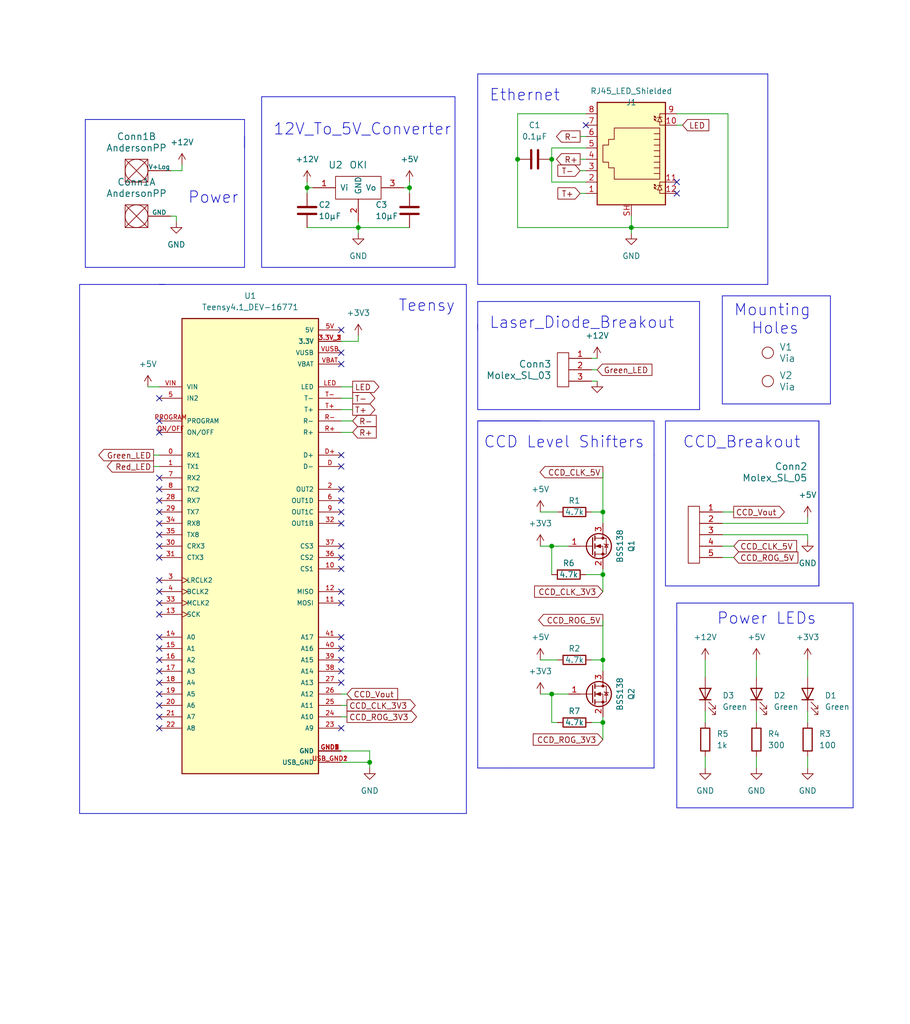
<source format=kicad_sch>
(kicad_sch (version 20230121) (generator eeschema)
  (paper "User" 203.2 228.6)
  (lib_symbols
    (symbol "Connector:RJ45_LED_Shielded" (pin_names (offset 1.016))
      (property "Reference" "J" (at -5.08 13.97 0))
      (property "Value" "RJ45_LED_Shielded" (at 1.27 13.97 0))
      (symbol "RJ45_LED_Shielded_0_1"
        (polyline (pts (xy -7.62 -7.62) (xy -6.35 -7.62)))
        (polyline (pts (xy -7.62 -5.08) (xy -6.35 -5.08)))
        (polyline (pts (xy -7.62 7.62) (xy -6.35 7.62)))
        (polyline (pts (xy -7.62 10.16) (xy -6.35 10.16)))
        (polyline (pts (xy -6.858 -5.842) (xy -5.842 -5.842)))
        (polyline (pts (xy -6.858 9.398) (xy -5.842 9.398)))
        (polyline (pts (xy -6.35 -7.62) (xy -6.35 -6.858)))
        (polyline (pts (xy -6.35 -5.08) (xy -6.35 -5.842)))
        (polyline (pts (xy -6.35 7.62) (xy -6.35 8.382)))
        (polyline (pts (xy -6.35 10.16) (xy -6.35 9.398)))
        (polyline (pts (xy -5.08 -6.223) (xy -5.207 -6.604)))
        (polyline (pts (xy -5.08 -5.588) (xy -5.207 -5.969)))
        (polyline (pts (xy -5.08 4.445) (xy -6.35 4.445)))
        (polyline (pts (xy -5.08 5.715) (xy -6.35 5.715)))
        (polyline (pts (xy -5.08 9.017) (xy -5.207 8.636)))
        (polyline (pts (xy -5.08 9.652) (xy -5.207 9.271)))
        (polyline (pts (xy -6.35 -3.175) (xy -5.08 -3.175) (xy -5.08 -3.175)))
        (polyline (pts (xy -6.35 -1.905) (xy -5.08 -1.905) (xy -5.08 -1.905)))
        (polyline (pts (xy -6.35 -0.635) (xy -5.08 -0.635) (xy -5.08 -0.635)))
        (polyline (pts (xy -6.35 0.635) (xy -5.08 0.635) (xy -5.08 0.635)))
        (polyline (pts (xy -6.35 1.905) (xy -5.08 1.905) (xy -5.08 1.905)))
        (polyline (pts (xy -5.588 -6.731) (xy -5.08 -6.223) (xy -5.461 -6.35)))
        (polyline (pts (xy -5.588 -6.096) (xy -5.08 -5.588) (xy -5.461 -5.715)))
        (polyline (pts (xy -5.588 8.509) (xy -5.08 9.017) (xy -5.461 8.89)))
        (polyline (pts (xy -5.588 9.144) (xy -5.08 9.652) (xy -5.461 9.525)))
        (polyline (pts (xy -5.08 3.175) (xy -6.35 3.175) (xy -6.35 3.175)))
        (polyline (pts (xy -6.35 -5.842) (xy -6.858 -6.858) (xy -5.842 -6.858) (xy -6.35 -5.842)))
        (polyline (pts (xy -6.35 9.398) (xy -6.858 8.382) (xy -5.842 8.382) (xy -6.35 9.398)))
        (polyline (pts (xy -6.35 -4.445) (xy -6.35 6.985) (xy 3.81 6.985) (xy 3.81 4.445) (xy 5.08 4.445) (xy 5.08 3.175) (xy 6.35 3.175) (xy 6.35 -0.635) (xy 5.08 -0.635) (xy 5.08 -1.905) (xy 3.81 -1.905) (xy 3.81 -4.445) (xy -6.35 -4.445) (xy -6.35 -4.445)))
        (rectangle (start 7.62 12.7) (end -7.62 -10.16) (stroke (width 0.254)) (fill (type background)))
      )
      (symbol "RJ45_LED_Shielded_1_1"
        (pin passive line (at 10.16 -7.62 180) (length 2.54) (name "~") (number "1"))
        (pin passive line (at -10.16 7.62 0) (length 2.54) (name "~") (number "10"))
        (pin passive line (at -10.16 -5.08 0) (length 2.54) (name "~") (number "11"))
        (pin passive line (at -10.16 -7.62 0) (length 2.54) (name "~") (number "12"))
        (pin passive line (at 10.16 -5.08 180) (length 2.54) (name "~") (number "2"))
        (pin passive line (at 10.16 -2.54 180) (length 2.54) (name "~") (number "3"))
        (pin passive line (at 10.16 0 180) (length 2.54) (name "~") (number "4"))
        (pin passive line (at 10.16 2.54 180) (length 2.54) (name "~") (number "5"))
        (pin passive line (at 10.16 5.08 180) (length 2.54) (name "~") (number "6"))
        (pin passive line (at 10.16 7.62 180) (length 2.54) (name "~") (number "7"))
        (pin passive line (at 10.16 10.16 180) (length 2.54) (name "~") (number "8"))
        (pin passive line (at -10.16 10.16 0) (length 2.54) (name "~") (number "9"))
        (pin passive line (at 0 -12.7 90) (length 2.54) (name "~") (number "SH"))
      )
    )
    (symbol "Device:C" (pin_numbers hide) (pin_names (offset 0.254))
      (property "Reference" "C" (at 0.635 2.54 0))
      (property "Value" "C" (at 0.635 -2.54 0))
      (symbol "C_0_1"
        (polyline (pts (xy -2.032 -0.762) (xy 2.032 -0.762)) (stroke (width 0.508)))
        (polyline (pts (xy -2.032 0.762) (xy 2.032 0.762)) (stroke (width 0.508)))
      )
      (symbol "C_1_1"
        (pin passive line (at 0 3.81 270) (length 2.794) (name "~") (number "1"))
        (pin passive line (at 0 -3.81 90) (length 2.794) (name "~") (number "2"))
      )
    )
    (symbol "Device:LED" (pin_numbers hide) (pin_names (offset 1.016) hide)
      (property "Reference" "D" (at 0 2.54 0))
      (property "Value" "LED" (at 0 -2.54 0))
      (symbol "LED_0_1"
        (polyline (pts (xy -1.27 -1.27) (xy -1.27 1.27)) (stroke (width 0.254)))
        (polyline (pts (xy -1.27 0) (xy 1.27 0)))
        (polyline (pts (xy 1.27 -1.27) (xy 1.27 1.27) (xy -1.27 0) (xy 1.27 -1.27)) (stroke (width 0.254)))
        (polyline (pts (xy -3.048 -0.762) (xy -4.572 -2.286) (xy -3.81 -2.286) (xy -4.572 -2.286) (xy -4.572 -1.524)))
        (polyline (pts (xy -1.778 -0.762) (xy -3.302 -2.286) (xy -2.54 -2.286) (xy -3.302 -2.286) (xy -3.302 -1.524)))
      )
      (symbol "LED_1_1"
        (pin passive line (at -3.81 0 0) (length 2.54) (name "K") (number "1"))
        (pin passive line (at 3.81 0 180) (length 2.54) (name "A") (number "2"))
      )
    )
    (symbol "Device:R" (pin_numbers hide) (pin_names (offset 0))
      (property "Reference" "R" (at 2.032 0 90))
      (property "Value" "R" (at 0 0 90))
      (symbol "R_0_1"
        (rectangle (start -1.016 -2.54) (end 1.016 2.54) (stroke (width 0.254)))
      )
      (symbol "R_1_1"
        (pin passive line (at 0 3.81 270) (length 1.27) (name "~") (number "1"))
        (pin passive line (at 0 -3.81 90) (length 1.27) (name "~") (number "2"))
      )
    )
    (symbol "MRDT_Connectors:AndersonPP" (pin_numbers hide) (pin_names (offset 0))
      (property "Reference" "Conn" (at 3.81 -1.27 0))
      (property "Value" "AndersonPP" (at 2.54 6.35 0))
      (symbol "AndersonPP_0_1"
        (polyline (pts (xy 0 5.08) (xy 5.08 0)))
        (polyline (pts (xy 5.08 5.08) (xy 0 0)))
        (rectangle (start 0 0) (end 5.08 5.08))
        (circle (center 2.54 2.54) (radius 2.54))
      )
      (symbol "AndersonPP_1_1"
        (pin input line (at 10.16 2.54 180) (length 5.08) (name "GND") (number "1"))
      )
      (symbol "AndersonPP_2_1"
        (pin input line (at 10.16 2.54 180) (length 5.08) (name "V+Log") (number "2"))
      )
      (symbol "AndersonPP_3_1"
        (pin input line (at 10.16 2.54 180) (length 5.08) (name "V+Act") (number "3"))
      )
      (symbol "AndersonPP_4_1"
        (pin input line (at 10.16 2.54 180) (length 5.08) (name "PV+") (number "4"))
      )
      (symbol "AndersonPP_5_1"
        (pin input line (at 10.16 2.54 180) (length 5.08) (name "~") (number "1"))
      )
    )
    (symbol "MRDT_Connectors:Molex_SL_03" (pin_names (offset 1.016))
      (property "Reference" "Conn" (at 3.81 -1.27 0))
      (property "Value" "Molex_SL_03" (at 1.27 8.89 0))
      (symbol "Molex_SL_03_0_1"
        (rectangle (start 0 7.62) (end 2.54 0))
      )
      (symbol "Molex_SL_03_1_1"
        (pin input line (at -5.08 6.35 0) (length 5.08) (name "~") (number "1"))
        (pin input line (at -5.08 3.81 0) (length 5.08) (name "~") (number "2"))
        (pin input line (at -5.08 1.27 0) (length 5.08) (name "~") (number "3"))
      )
    )
    (symbol "MRDT_Connectors:Molex_SL_05" (pin_names (offset 1.016))
      (property "Reference" "Conn" (at 3.81 -1.27 0))
      (property "Value" "Molex_SL_05" (at 1.27 13.97 0))
      (symbol "Molex_SL_05_0_1"
        (rectangle (start 0 12.7) (end 2.54 0))
      )
      (symbol "Molex_SL_05_1_1"
        (pin input line (at -5.08 11.43 0) (length 5.08) (name "~") (number "1"))
        (pin input line (at -5.08 8.89 0) (length 5.08) (name "~") (number "2"))
        (pin input line (at -5.08 6.35 0) (length 5.08) (name "~") (number "3"))
        (pin input line (at -5.08 3.81 0) (length 5.08) (name "~") (number "4"))
        (pin input line (at -5.08 1.27 0) (length 5.08) (name "~") (number "5"))
      )
    )
    (symbol "MRDT_Devices:OKI" (pin_names (offset 1.016))
      (property "Value" "OKI" (at 5.08 6.35 0))
      (symbol "OKI_0_1"
        (rectangle (start 0 0) (end 10.16 5.08))
      )
      (symbol "OKI_1_1"
        (pin input line (at -5.08 2.54 0) (length 5.08) (name "Vi") (number "1"))
        (pin output line (at 5.08 -5.08 90) (length 5.08) (name "GND") (number "2"))
        (pin output line (at 15.24 2.54 180) (length 5.08) (name "Vo") (number "3"))
      )
    )
    (symbol "MRDT_Drill_Holes:Via" (pin_names (offset 1.016))
      (property "Reference" "V" (at 0 -2.54 0))
      (property "Value" "Via" (at 0 2.54 0))
      (symbol "Via_0_1"
        (circle (center 0 0) (radius 1.27))
      )
      (symbol "Via_1_1"
        (pin input line (at 0 0 0) (length 5.08) hide (name "~") (number "1"))
      )
    )
    (symbol "MRDT_Shields:Teensy4.1_DEV-16771" (pin_names (offset 1.016))
      (property "Reference" "U" (at -15.24 52.07 0))
      (property "Value" "Teensy4.1_DEV-16771" (at -15.24 -53.34 0))
      (symbol "Teensy4.1_DEV-16771_0_0"
        (rectangle (start -15.24 -50.8) (end 15.24 50.8) (stroke (width 0.254)) (fill (type background)))
        (pin bidirectional line (at -20.32 20.32 0) (length 5.08) (name "RX1") (number "0"))
        (pin bidirectional line (at -20.32 17.78 0) (length 5.08) (name "TX1") (number "1"))
        (pin bidirectional line (at 20.32 -5.08 180) (length 5.08) (name "CS1") (number "10"))
        (pin bidirectional line (at 20.32 -12.7 180) (length 5.08) (name "MOSI") (number "11"))
        (pin bidirectional line (at 20.32 -10.16 180) (length 5.08) (name "MISO") (number "12"))
        (pin bidirectional clock (at -20.32 -15.24 0) (length 5.08) (name "SCK") (number "13"))
        (pin bidirectional line (at -20.32 -20.32 0) (length 5.08) (name "A0") (number "14"))
        (pin bidirectional line (at -20.32 -22.86 0) (length 5.08) (name "A1") (number "15"))
        (pin bidirectional line (at -20.32 -25.4 0) (length 5.08) (name "A2") (number "16"))
        (pin bidirectional line (at -20.32 -27.94 0) (length 5.08) (name "A3") (number "17"))
        (pin bidirectional line (at -20.32 -30.48 0) (length 5.08) (name "A4") (number "18"))
        (pin bidirectional line (at -20.32 -33.02 0) (length 5.08) (name "A5") (number "19"))
        (pin output line (at 20.32 12.7 180) (length 5.08) (name "OUT2") (number "2"))
        (pin bidirectional line (at -20.32 -35.56 0) (length 5.08) (name "A6") (number "20"))
        (pin bidirectional line (at -20.32 -38.1 0) (length 5.08) (name "A7") (number "21"))
        (pin bidirectional line (at -20.32 -40.64 0) (length 5.08) (name "A8") (number "22"))
        (pin bidirectional line (at 20.32 -40.64 180) (length 5.08) (name "A9") (number "23"))
        (pin bidirectional line (at 20.32 -38.1 180) (length 5.08) (name "A10") (number "24"))
        (pin bidirectional line (at 20.32 -35.56 180) (length 5.08) (name "A11") (number "25"))
        (pin bidirectional line (at 20.32 -33.02 180) (length 5.08) (name "A12") (number "26"))
        (pin bidirectional line (at 20.32 -30.48 180) (length 5.08) (name "A13") (number "27"))
        (pin bidirectional line (at -20.32 10.16 0) (length 5.08) (name "RX7") (number "28"))
        (pin bidirectional line (at -20.32 7.62 0) (length 5.08) (name "TX7") (number "29"))
        (pin bidirectional clock (at -20.32 -7.62 0) (length 5.08) (name "LRCLK2") (number "3"))
        (pin power_in line (at 20.32 45.72 180) (length 5.08) (name "3.3V") (number "3.3V_1"))
        (pin power_in line (at 20.32 45.72 180) (length 5.08) (name "3.3V") (number "3.3V_2"))
        (pin power_in line (at 20.32 45.72 180) (length 5.08) (name "3.3V") (number "3.3V_3"))
        (pin bidirectional line (at -20.32 0 0) (length 5.08) (name "CRX3") (number "30"))
        (pin bidirectional line (at -20.32 -2.54 0) (length 5.08) (name "CTX3") (number "31"))
        (pin output line (at 20.32 5.08 180) (length 5.08) (name "OUT1B") (number "32"))
        (pin bidirectional clock (at -20.32 -12.7 0) (length 5.08) (name "MCLK2") (number "33"))
        (pin bidirectional line (at -20.32 5.08 0) (length 5.08) (name "RX8") (number "34"))
        (pin bidirectional line (at -20.32 2.54 0) (length 5.08) (name "TX8") (number "35"))
        (pin bidirectional line (at 20.32 -2.54 180) (length 5.08) (name "CS2") (number "36"))
        (pin bidirectional line (at 20.32 0 180) (length 5.08) (name "CS3") (number "37"))
        (pin bidirectional line (at 20.32 -27.94 180) (length 5.08) (name "A14") (number "38"))
        (pin bidirectional line (at 20.32 -25.4 180) (length 5.08) (name "A15") (number "39"))
        (pin bidirectional clock (at -20.32 -10.16 0) (length 5.08) (name "BCLK2") (number "4"))
        (pin bidirectional line (at 20.32 -22.86 180) (length 5.08) (name "A16") (number "40"))
        (pin bidirectional line (at 20.32 -20.32 180) (length 5.08) (name "A17") (number "41"))
        (pin bidirectional line (at -20.32 33.02 0) (length 5.08) (name "IN2") (number "5"))
        (pin power_in line (at 20.32 48.26 180) (length 5.08) (name "5V") (number "5V"))
        (pin output line (at 20.32 10.16 180) (length 5.08) (name "OUT1D") (number "6"))
        (pin bidirectional line (at -20.32 15.24 0) (length 5.08) (name "RX2") (number "7"))
        (pin bidirectional line (at -20.32 12.7 0) (length 5.08) (name "TX2") (number "8"))
        (pin output line (at 20.32 7.62 180) (length 5.08) (name "OUT1C") (number "9"))
        (pin bidirectional line (at 20.32 17.78 180) (length 5.08) (name "D-") (number "D"))
        (pin bidirectional line (at 20.32 20.32 180) (length 5.08) (name "D+") (number "D+"))
        (pin power_in line (at 20.32 -45.72 180) (length 5.08) (name "GND") (number "GND1"))
        (pin power_in line (at 20.32 -45.72 180) (length 5.08) (name "GND") (number "GND2"))
        (pin power_in line (at 20.32 -45.72 180) (length 5.08) (name "GND") (number "GND3"))
        (pin power_in line (at 20.32 -45.72 180) (length 5.08) (name "GND") (number "GND4"))
        (pin power_in line (at 20.32 -45.72 180) (length 5.08) (name "GND") (number "GND5"))
        (pin bidirectional line (at 20.32 35.56 180) (length 5.08) (name "LED") (number "LED"))
        (pin bidirectional line (at -20.32 25.4 0) (length 5.08) (name "ON/OFF") (number "ON/OFF"))
        (pin bidirectional line (at -20.32 27.94 0) (length 5.08) (name "PROGRAM") (number "PROGRAM"))
        (pin bidirectional line (at 20.32 25.4 180) (length 5.08) (name "R+") (number "R+"))
        (pin bidirectional line (at 20.32 27.94 180) (length 5.08) (name "R-") (number "R-"))
        (pin bidirectional line (at 20.32 30.48 180) (length 5.08) (name "T+") (number "T+"))
        (pin bidirectional line (at 20.32 33.02 180) (length 5.08) (name "T-") (number "T-"))
        (pin power_in line (at 20.32 -48.26 180) (length 5.08) (name "USB_GND") (number "USB_GND1"))
        (pin power_in line (at 20.32 -48.26 180) (length 5.08) (name "USB_GND") (number "USB_GND2"))
        (pin passive line (at 20.32 40.64 180) (length 5.08) (name "VBAT") (number "VBAT"))
        (pin input line (at -20.32 35.56 0) (length 5.08) (name "VIN") (number "VIN"))
        (pin passive line (at 20.32 43.18 180) (length 5.08) (name "VUSB") (number "VUSB"))
      )
    )
    (symbol "Transistor_FET:BSS138" (pin_names hide)
      (property "Reference" "Q" (at 5.08 1.905 0))
      (property "Value" "BSS138" (at 5.08 0 0))
      (symbol "BSS138_0_1"
        (polyline (pts (xy 0.254 0) (xy -2.54 0)))
        (polyline (pts (xy 0.254 1.905) (xy 0.254 -1.905)) (stroke (width 0.254)))
        (polyline (pts (xy 0.762 -1.27) (xy 0.762 -2.286)) (stroke (width 0.254)))
        (polyline (pts (xy 0.762 0.508) (xy 0.762 -0.508)) (stroke (width 0.254)))
        (polyline (pts (xy 0.762 2.286) (xy 0.762 1.27)) (stroke (width 0.254)))
        (polyline (pts (xy 2.54 2.54) (xy 2.54 1.778)))
        (polyline (pts (xy 2.54 -2.54) (xy 2.54 0) (xy 0.762 0)))
        (polyline (pts (xy 0.762 -1.778) (xy 3.302 -1.778) (xy 3.302 1.778) (xy 0.762 1.778)))
        (polyline (pts (xy 1.016 0) (xy 2.032 0.381) (xy 2.032 -0.381) (xy 1.016 0)) (fill (type outline)))
        (polyline (pts (xy 2.794 0.508) (xy 2.921 0.381) (xy 3.683 0.381) (xy 3.81 0.254)))
        (polyline (pts (xy 3.302 0.381) (xy 2.921 -0.254) (xy 3.683 -0.254) (xy 3.302 0.381)))
        (circle (center 1.651 0) (radius 2.794) (stroke (width 0.254)))
        (circle (center 2.54 -1.778) (radius 0.254) (fill (type outline)))
        (circle (center 2.54 1.778) (radius 0.254) (fill (type outline)))
      )
      (symbol "BSS138_1_1"
        (pin input line (at -5.08 0 0) (length 2.54) (name "G") (number "1"))
        (pin passive line (at 2.54 -5.08 90) (length 2.54) (name "S") (number "2"))
        (pin passive line (at 2.54 5.08 270) (length 2.54) (name "D") (number "3"))
      )
    )
    (symbol "power:+12V" (power) (pin_names (offset 0))
      (property "Value" "+12V" (at 0 3.556 0))
      (symbol "+12V_0_1"
        (polyline (pts (xy -0.762 1.27) (xy 0 2.54)))
        (polyline (pts (xy 0 0) (xy 0 2.54)))
        (polyline (pts (xy 0 2.54) (xy 0.762 1.27)))
      )
      (symbol "+12V_1_1"
        (pin power_in line (at 0 0 90) (length 0) hide (name "+12V") (number "1"))
      )
    )
    (symbol "power:+3V3" (power) (pin_names (offset 0))
      (property "Value" "+3V3" (at 0 3.556 0))
      (symbol "+3V3_0_1"
        (polyline (pts (xy -0.762 1.27) (xy 0 2.54)))
        (polyline (pts (xy 0 0) (xy 0 2.54)))
        (polyline (pts (xy 0 2.54) (xy 0.762 1.27)))
      )
      (symbol "+3V3_1_1"
        (pin power_in line (at 0 0 90) (length 0) hide (name "+3V3") (number "1"))
      )
    )
    (symbol "power:+5V" (power) (pin_names (offset 0))
      (property "Value" "+5V" (at 0 3.556 0))
      (symbol "+5V_0_1"
        (polyline (pts (xy -0.762 1.27) (xy 0 2.54)))
        (polyline (pts (xy 0 0) (xy 0 2.54)))
        (polyline (pts (xy 0 2.54) (xy 0.762 1.27)))
      )
      (symbol "+5V_1_1"
        (pin power_in line (at 0 0 90) (length 0) hide (name "+5V") (number "1"))
      )
    )
    (symbol "power:GND" (power) (pin_names (offset 0))
      (property "Value" "GND" (at 0 -3.81 0))
      (symbol "GND_0_1"
        (polyline (pts (xy 0 0) (xy 0 -1.27) (xy 1.27 -1.27) (xy 0 -2.54) (xy -1.27 -1.27) (xy 0 -1.27)))
      )
      (symbol "GND_1_1"
        (pin power_in line (at 0 0 270) (length 0) hide (name "GND") (number "1"))
      )
    )
  )
  (junction (at 82.55 170.18))
  (junction (at 140.97 50.8))
  (junction (at 123.19 154.94))
  (junction (at 91.44 41.91))
  (junction (at 115.57 35.56))
  (junction (at 134.62 161.29))
  (junction (at 134.62 147.32))
  (junction (at 123.19 35.56))
  (junction (at 134.62 114.3))
  (junction (at 68.58 41.91))
  (junction (at 123.19 121.92))
  (junction (at 80.01 50.8))
  (junction (at 134.62 128.27))
  (no_connect (at 76.2 142.24))
  (no_connect (at 76.2 73.66))
  (no_connect (at 76.2 124.46))
  (no_connect (at 35.56 157.48))
  (no_connect (at 35.56 119.38))
  (no_connect (at 35.56 106.68))
  (no_connect (at 35.56 137.16))
  (no_connect (at 76.2 111.76))
  (no_connect (at 35.56 162.56))
  (no_connect (at 35.56 132.08))
  (no_connect (at 35.56 109.22))
  (no_connect (at 151.13 40.64))
  (no_connect (at 76.2 109.22))
  (no_connect (at 35.56 144.78))
  (no_connect (at 76.2 149.86))
  (no_connect (at 35.56 96.52))
  (no_connect (at 76.2 127))
  (no_connect (at 130.81 27.94))
  (no_connect (at 35.56 147.32))
  (no_connect (at 35.56 116.84))
  (no_connect (at 76.2 121.92))
  (no_connect (at 35.56 93.98))
  (no_connect (at 76.2 162.56))
  (no_connect (at 76.2 78.74))
  (no_connect (at 35.56 114.3))
  (no_connect (at 76.2 132.08))
  (no_connect (at 35.56 129.54))
  (no_connect (at 76.2 144.78))
  (no_connect (at 35.56 111.76))
  (no_connect (at 35.56 149.86))
  (no_connect (at 35.56 124.46))
  (no_connect (at 76.2 81.28))
  (no_connect (at 35.56 142.24))
  (no_connect (at 35.56 134.62))
  (no_connect (at 35.56 154.94))
  (no_connect (at 35.56 160.02))
  (no_connect (at 76.2 104.14))
  (no_connect (at 35.56 88.9))
  (no_connect (at 76.2 101.6))
  (no_connect (at 76.2 147.32))
  (no_connect (at 76.2 152.4))
  (no_connect (at 76.2 116.84))
  (no_connect (at 76.2 134.62))
  (no_connect (at 76.2 114.3))
  (no_connect (at 151.13 43.18))
  (no_connect (at 35.56 152.4))
  (no_connect (at 35.56 121.92))
  (polyline (pts (xy 17.78 74.93) (xy 17.78 63.5)))
  (polyline (pts (xy 101.6 59.69) (xy 101.6 21.59)))
  (wire (pts (xy 162.56 25.4) (xy 162.56 50.8)))
  (polyline (pts (xy 106.68 67.31) (xy 106.68 73.66)))
  (polyline (pts (xy 182.88 93.98) (xy 182.88 130.81)))
  (wire (pts (xy 140.97 48.26) (xy 140.97 50.8)))
  (polyline (pts (xy 146.05 101.6) (xy 146.05 93.98)))
  (wire (pts (xy 80.01 50.8) (xy 80.01 52.07)))
  (wire (pts (xy 80.01 49.53) (xy 80.01 50.8)))
  (wire (pts (xy 120.65 147.32) (xy 124.46 147.32)))
  (wire (pts (xy 129.54 38.1) (xy 130.81 38.1)))
  (polyline (pts (xy 17.78 181.61) (xy 104.14 181.61)))
  (wire (pts (xy 123.19 33.02) (xy 123.19 35.56)))
  (wire (pts (xy 123.19 121.92) (xy 127 121.92)))
  (wire (pts (xy 180.34 116.84) (xy 180.34 115.57)))
  (wire (pts (xy 38.1 48.26) (xy 39.37 48.26)))
  (wire (pts (xy 76.2 170.18) (xy 82.55 170.18)))
  (wire (pts (xy 151.13 25.4) (xy 162.56 25.4)))
  (wire (pts (xy 132.08 161.29) (xy 134.62 161.29)))
  (polyline (pts (xy 101.6 21.59) (xy 58.42 21.59)))
  (wire (pts (xy 80.01 74.93) (xy 80.01 76.2)))
  (polyline (pts (xy 58.42 21.59) (xy 58.42 59.69)))
  (polyline (pts (xy 171.45 16.51) (xy 171.45 63.5)))
  (wire (pts (xy 132.08 147.32) (xy 134.62 147.32)))
  (wire (pts (xy 161.29 114.3) (xy 163.83 114.3)))
  (polyline (pts (xy 161.29 66.04) (xy 161.29 90.17)))
  (wire (pts (xy 123.19 154.94) (xy 123.19 161.29)))
  (polyline (pts (xy 99.06 59.69) (xy 101.6 59.69)))
  (wire (pts (xy 33.02 86.36) (xy 35.56 86.36)))
  (polyline (pts (xy 54.61 30.48) (xy 54.61 59.69)))
  (wire (pts (xy 123.19 35.56) (xy 123.19 40.64)))
  (wire (pts (xy 76.2 167.64) (xy 82.55 167.64)))
  (wire (pts (xy 134.62 128.27) (xy 134.62 132.08)))
  (wire (pts (xy 132.08 80.01) (xy 133.35 80.01)))
  (wire (pts (xy 76.2 91.44) (xy 78.74 91.44)))
  (wire (pts (xy 76.2 96.52) (xy 78.74 96.52)))
  (polyline (pts (xy 106.68 72.39) (xy 106.68 91.44)))
  (polyline (pts (xy 146.05 171.45) (xy 146.05 101.6)))
  (wire (pts (xy 151.13 27.94) (xy 152.4 27.94)))
  (wire (pts (xy 157.48 158.75) (xy 157.48 161.29)))
  (polyline (pts (xy 54.61 59.69) (xy 19.05 59.69)))
  (wire (pts (xy 157.48 147.32) (xy 157.48 151.13)))
  (polyline (pts (xy 151.13 134.62) (xy 151.13 139.7)))
  (wire (pts (xy 40.64 38.1) (xy 40.64 36.83)))
  (wire (pts (xy 168.91 147.32) (xy 168.91 151.13)))
  (polyline (pts (xy 190.5 134.62) (xy 151.13 134.62)))
  (wire (pts (xy 129.54 30.48) (xy 130.81 30.48)))
  (wire (pts (xy 38.1 38.1) (xy 40.64 38.1)))
  (polyline (pts (xy 17.78 63.5) (xy 36.83 63.5)))
  (polyline (pts (xy 156.21 67.31) (xy 106.68 67.31)))
  (wire (pts (xy 134.62 105.41) (xy 134.62 114.3)))
  (wire (pts (xy 76.2 154.94) (xy 77.47 154.94)))
  (wire (pts (xy 34.29 101.6) (xy 35.56 101.6)))
  (wire (pts (xy 68.58 41.91) (xy 69.85 41.91)))
  (wire (pts (xy 34.29 104.14) (xy 35.56 104.14)))
  (wire (pts (xy 68.58 41.91) (xy 68.58 43.18)))
  (wire (pts (xy 115.57 50.8) (xy 140.97 50.8)))
  (polyline (pts (xy 19.05 59.69) (xy 19.05 26.67)))
  (polyline (pts (xy 114.3 171.45) (xy 146.05 171.45)))
  (wire (pts (xy 82.55 170.18) (xy 82.55 171.45)))
  (wire (pts (xy 161.29 124.46) (xy 163.83 124.46)))
  (wire (pts (xy 161.29 119.38) (xy 180.34 119.38)))
  (wire (pts (xy 130.81 128.27) (xy 134.62 128.27)))
  (wire (pts (xy 140.97 50.8) (xy 140.97 52.07)))
  (wire (pts (xy 80.01 50.8) (xy 91.44 50.8)))
  (polyline (pts (xy 17.78 74.93) (xy 17.78 181.61)))
  (wire (pts (xy 68.58 50.8) (xy 80.01 50.8)))
  (wire (pts (xy 134.62 138.43) (xy 134.62 147.32)))
  (wire (pts (xy 76.2 86.36) (xy 78.74 86.36)))
  (wire (pts (xy 39.37 48.26) (xy 39.37 49.53)))
  (polyline (pts (xy 106.68 16.51) (xy 106.68 63.5)))
  (wire (pts (xy 80.01 76.2) (xy 76.2 76.2)))
  (wire (pts (xy 123.19 161.29) (xy 124.46 161.29)))
  (polyline (pts (xy 146.05 93.98) (xy 106.68 93.98)))
  (polyline (pts (xy 19.05 26.67) (xy 54.61 26.67)))
  (polyline (pts (xy 106.68 91.44) (xy 156.21 91.44)))
  (wire (pts (xy 129.54 43.18) (xy 130.81 43.18)))
  (wire (pts (xy 157.48 168.91) (xy 157.48 171.45)))
  (polyline (pts (xy 106.68 16.51) (xy 171.45 16.51)))
  (wire (pts (xy 180.34 168.91) (xy 180.34 171.45)))
  (wire (pts (xy 90.17 41.91) (xy 91.44 41.91)))
  (polyline (pts (xy 62.23 59.69) (xy 99.06 59.69)))
  (wire (pts (xy 68.58 40.64) (xy 68.58 41.91)))
  (polyline (pts (xy 171.45 63.5) (xy 106.68 63.5)))
  (wire (pts (xy 161.29 121.92) (xy 163.83 121.92)))
  (wire (pts (xy 134.62 114.3) (xy 134.62 116.84)))
  (polyline (pts (xy 106.68 171.45) (xy 114.3 171.45)))
  (wire (pts (xy 161.29 116.84) (xy 180.34 116.84)))
  (polyline (pts (xy 54.61 26.67) (xy 54.61 33.02)))
  (wire (pts (xy 76.2 160.02) (xy 77.47 160.02)))
  (wire (pts (xy 134.62 147.32) (xy 134.62 149.86)))
  (wire (pts (xy 132.08 82.55) (xy 133.35 82.55)))
  (wire (pts (xy 76.2 93.98) (xy 78.74 93.98)))
  (wire (pts (xy 76.2 88.9) (xy 78.74 88.9)))
  (wire (pts (xy 120.65 121.92) (xy 123.19 121.92)))
  (polyline (pts (xy 185.42 90.17) (xy 185.42 66.04)))
  (polyline (pts (xy 106.68 93.98) (xy 120.65 93.98)))
  (polyline (pts (xy 104.14 181.61) (xy 104.14 63.5)))
  (wire (pts (xy 120.65 154.94) (xy 123.19 154.94)))
  (polyline (pts (xy 151.13 139.7) (xy 151.13 180.34)))
  (polyline (pts (xy 182.88 93.98) (xy 182.88 130.81)))
  (wire (pts (xy 132.08 85.09) (xy 133.35 85.09)))
  (wire (pts (xy 168.91 158.75) (xy 168.91 161.29)))
  (wire (pts (xy 180.34 119.38) (xy 180.34 120.65)))
  (wire (pts (xy 120.65 114.3) (xy 124.46 114.3)))
  (wire (pts (xy 123.19 121.92) (xy 123.19 128.27)))
  (wire (pts (xy 115.57 25.4) (xy 115.57 35.56)))
  (polyline (pts (xy 161.29 66.04) (xy 185.42 66.04)))
  (wire (pts (xy 129.54 35.56) (xy 130.81 35.56)))
  (wire (pts (xy 115.57 35.56) (xy 115.57 50.8)))
  (wire (pts (xy 134.62 161.29) (xy 134.62 165.1)))
  (polyline (pts (xy 190.5 180.34) (xy 190.5 134.62)))
  (polyline (pts (xy 161.29 90.17) (xy 185.42 90.17)))
  (polyline (pts (xy 156.21 91.44) (xy 156.21 67.31)))
  (wire (pts (xy 82.55 167.64) (xy 82.55 170.18)))
  (wire (pts (xy 180.34 147.32) (xy 180.34 151.13)))
  (wire (pts (xy 91.44 41.91) (xy 91.44 40.64)))
  (wire (pts (xy 132.08 114.3) (xy 134.62 114.3)))
  (wire (pts (xy 134.62 127) (xy 134.62 128.27)))
  (wire (pts (xy 76.2 157.48) (xy 77.47 157.48)))
  (wire (pts (xy 140.97 50.8) (xy 162.56 50.8)))
  (polyline (pts (xy 104.14 63.5) (xy 35.56 63.5)))
  (wire (pts (xy 130.81 33.02) (xy 123.19 33.02)))
  (polyline (pts (xy 151.13 180.34) (xy 190.5 180.34)))
  (polyline (pts (xy 148.59 93.98) (xy 148.59 130.81)))
  (polyline (pts (xy 182.88 93.98) (xy 148.59 93.98)))
  (wire (pts (xy 91.44 41.91) (xy 91.44 43.18)))
  (wire (pts (xy 123.19 154.94) (xy 127 154.94)))
  (wire (pts (xy 134.62 160.02) (xy 134.62 161.29)))
  (wire (pts (xy 130.81 40.64) (xy 123.19 40.64)))
  (polyline (pts (xy 106.68 93.98) (xy 106.68 171.45)))
  (wire (pts (xy 115.57 25.4) (xy 130.81 25.4)))
  (wire (pts (xy 180.34 158.75) (xy 180.34 161.29)))
  (polyline (pts (xy 58.42 59.69) (xy 62.23 59.69)))
  (wire (pts (xy 168.91 168.91) (xy 168.91 171.45)))
  (polyline (pts (xy 148.59 130.81) (xy 182.88 130.81)))
  (text "Ethernet" (at 109.22 22.86 0) (effects (font (size 2.54 2.54)) (justify left bottom)))
  (text "Power LEDs" (at 160.02 139.7 0) (effects (font (size 2.54 2.54)) (justify left bottom)))
  (text "Teensy" (at 88.9 69.85 0) (effects (font (size 2.54 2.54)) (justify left bottom)))
  (text "CCD Level Shifters\n" (at 107.95 100.33 0) (effects (font (size 2.54 2.54)) (justify left bottom)))
  (text "12V_To_5V_Converter" (at 60.96 30.48 0) (effects (font (size 2.54 2.54)) (justify left bottom)))
  (text "CCD_Breakout" (at 152.4 100.33 0) (effects (font (size 2.54 2.54)) (justify left bottom)))
  (text "Mounting\n  Holes" (at 163.83 74.93 0) (effects (font (size 2.54 2.54)) (justify left bottom)))
  (text "Power" (at 41.91 45.72 0) (effects (font (size 2.54 2.54)) (justify left bottom)))
  (text "Laser_Diode_Breakout" (at 109.22 73.66 0) (effects (font (size 2.54 2.54)) (justify left bottom)))
  (global_label "Green_LED" (shape input) (at 133.35 82.55 0) (property "Intersheetrefs" "${INTERSHEET_REFS}" (effects hide)))
  (global_label "R-" (shape input) (at 78.74 93.98 0) (property "Intersheetrefs" "${INTERSHEET_REFS}" (effects hide)))
  (global_label "CCD_CLK_5V" (shape output) (at 134.62 105.41 180) (property "Intersheetrefs" "${INTERSHEET_REFS}" (effects hide)))
  (global_label "Red_LED" (shape output) (at 34.29 104.14 180) (property "Intersheetrefs" "${INTERSHEET_REFS}" (effects hide)))
  (global_label "LED" (shape input) (at 152.4 27.94 0) (property "Intersheetrefs" "${INTERSHEET_REFS}" (effects hide)))
  (global_label "CCD_ROG_3V3" (shape output) (at 77.47 160.02 0) (property "Intersheetrefs" "${INTERSHEET_REFS}" (effects hide)))
  (global_label "T-" (shape output) (at 78.74 88.9 0) (property "Intersheetrefs" "${INTERSHEET_REFS}" (effects hide)))
  (global_label "CCD_CLK_3V3" (shape input) (at 134.62 132.08 180) (property "Intersheetrefs" "${INTERSHEET_REFS}" (effects hide)))
  (global_label "CCD_Vout" (shape output) (at 163.83 114.3 0) (property "Intersheetrefs" "${INTERSHEET_REFS}" (effects hide)))
  (global_label "CCD_ROG_3V3" (shape input) (at 134.62 165.1 180) (property "Intersheetrefs" "${INTERSHEET_REFS}" (effects hide)))
  (global_label "CCD_CLK_3V3" (shape output) (at 77.47 157.48 0) (property "Intersheetrefs" "${INTERSHEET_REFS}" (effects hide)))
  (global_label "CCD_CLK_5V" (shape input) (at 163.83 121.92 0) (property "Intersheetrefs" "${INTERSHEET_REFS}" (effects hide)))
  (global_label "LED" (shape output) (at 78.74 86.36 0) (property "Intersheetrefs" "${INTERSHEET_REFS}" (effects hide)))
  (global_label "T+" (shape output) (at 78.74 91.44 0) (property "Intersheetrefs" "${INTERSHEET_REFS}" (effects hide)))
  (global_label "R+" (shape input) (at 78.74 96.52 0) (property "Intersheetrefs" "${INTERSHEET_REFS}" (effects hide)))
  (global_label "T-" (shape input) (at 129.54 38.1 180) (property "Intersheetrefs" "${INTERSHEET_REFS}" (effects hide)))
  (global_label "T+" (shape input) (at 129.54 43.18 180) (property "Intersheetrefs" "${INTERSHEET_REFS}" (effects hide)))
  (global_label "R-" (shape output) (at 129.54 30.48 180) (property "Intersheetrefs" "${INTERSHEET_REFS}" (effects hide)))
  (global_label "Green_LED" (shape output) (at 34.29 101.6 180) (property "Intersheetrefs" "${INTERSHEET_REFS}" (effects hide)))
  (global_label "CCD_ROG_5V" (shape output) (at 134.62 138.43 180) (property "Intersheetrefs" "${INTERSHEET_REFS}" (effects hide)))
  (global_label "R+" (shape output) (at 129.54 35.56 180) (property "Intersheetrefs" "${INTERSHEET_REFS}" (effects hide)))
  (global_label "CCD_ROG_5V" (shape input) (at 163.83 124.46 0) (property "Intersheetrefs" "${INTERSHEET_REFS}" (effects hide)))
  (global_label "CCD_Vout" (shape input) (at 77.47 154.94 0) (property "Intersheetrefs" "${INTERSHEET_REFS}" (effects hide)))
  (symbol (lib_id "MRDT_Shields:Teensy4.1_DEV-16771") (at 55.88 121.92 0) (unit 1)
    (property "Reference" "U1" (at 55.88 66.04 0))
    (property "Value" "Teensy4.1_DEV-16771" (at 55.88 68.58 0))
    (property "Footprint" "MRDT_Shields:Teensy_4_1_Ethernet" (effects hide))
    (property "STANDARD" "Manufacturer recommendations" (effects hide))
    (property "MAXIMUM_PACKAGE_HEIGHT" "4.07mm" (effects hide))
    (property "MANUFACTURER" "SparkFun Electronics" (effects hide))
    (property "PARTREV" "4.1" (effects hide))
  )
  (symbol (lib_id "Device:C") (at 119.38 35.56 270) (unit 1)
    (property "Reference" "C1" (at 119.38 27.94 90))
    (property "Value" "0.1µF" (at 119.38 30.48 90))
    (property "Footprint" "Capacitor_SMD:C_0603_1608Metric_Pad1.08x0.95mm_HandSolder" (effects hide))
  )
  (symbol (lib_id "MRDT_Drill_Holes:Via") (at 171.45 78.74 0) (unit 1)
    (property "Reference" "V1" (at 173.99 77.47 0) (effects (font (size 1.524 1.524)) (justify left)))
    (property "Value" "Via" (at 173.99 80.01 0) (effects (font (size 1.524 1.524)) (justify left)))
    (property "Footprint" "MRDT_Drill_Holes:4_40_Hole" (effects hide))
  )
  (symbol (lib_id "power:+5V") (at 33.02 86.36 0) (unit 1)
    (property "Reference" "#PWR010" (effects hide))
    (property "Value" "+5V" (at 33.02 81.28 0))
  )
  (symbol (lib_id "power:GND") (at 168.91 171.45 0) (unit 1)
    (property "Reference" "#PWR019" (effects hide))
    (property "Value" "GND" (at 168.91 176.53 0))
  )
  (symbol (lib_id "Device:LED") (at 157.48 154.94 90) (unit 1)
    (property "Reference" "D3" (at 161.29 155.2575 90) (effects (justify right)))
    (property "Value" "Green" (at 161.29 157.7975 90) (effects (justify right)))
    (property "Footprint" "LED_SMD:LED_0603_1608Metric_Pad1.05x0.95mm_HandSolder" (effects hide))
  )
  (symbol (lib_id "power:GND") (at 140.97 52.07 0) (unit 1)
    (property "Reference" "#PWR04" (effects hide))
    (property "Value" "GND" (at 140.97 57.15 0))
  )
  (symbol (lib_id "power:GND") (at 157.48 171.45 0) (unit 1)
    (property "Reference" "#PWR020" (effects hide))
    (property "Value" "GND" (at 157.48 176.53 0))
  )
  (symbol (lib_id "Device:R") (at 168.91 165.1 0) (unit 1)
    (property "Reference" "R4" (at 171.45 163.83 0) (effects (justify left)))
    (property "Value" "300" (at 171.45 166.37 0) (effects (justify left)))
    (property "Footprint" "Resistor_SMD:R_0603_1608Metric_Pad0.98x0.95mm_HandSolder" (effects hide))
  )
  (symbol (lib_id "power:+5V") (at 91.44 40.64 0) (unit 1)
    (property "Reference" "#PWR014" (effects hide))
    (property "Value" "+5V" (at 91.44 35.56 0))
  )
  (symbol (lib_id "power:GND") (at 39.37 49.53 0) (unit 1)
    (property "Reference" "#PWR02" (effects hide))
    (property "Value" "GND" (at 39.37 54.61 0))
  )
  (symbol (lib_id "MRDT_Connectors:AndersonPP") (at 27.94 50.8 0) (unit 1)
    (property "Reference" "Conn1" (at 30.48 40.64 0) (effects (font (size 1.524 1.524))))
    (property "Value" "AndersonPP" (at 30.48 43.18 0) (effects (font (size 1.524 1.524))))
    (property "Footprint" "MRDT_Connectors:Square_Anderson_2_H_Side_By_Side" (effects hide))
  )
  (symbol (lib_id "Transistor_FET:BSS138") (at 132.08 154.94 0) (unit 1)
    (property "Reference" "Q2" (at 140.97 154.94 90))
    (property "Value" "BSS138" (at 138.43 154.94 90))
    (property "Footprint" "Package_TO_SOT_SMD:SOT-23" (effects hide))
    (property "Datasheet" "https://www.onsemi.com/pub/Collateral/BSS138-D.PDF" (effects hide))
  )
  (symbol (lib_id "Device:R") (at 128.27 161.29 90) (unit 1)
    (property "Reference" "R7" (at 128.27 158.75 90))
    (property "Value" "4.7k" (at 128.27 161.29 90))
    (property "Footprint" "Resistor_SMD:R_0603_1608Metric_Pad0.98x0.95mm_HandSolder" (effects hide))
  )
  (symbol (lib_id "power:GND") (at 82.55 171.45 0) (unit 1)
    (property "Reference" "#PWR01" (effects hide))
    (property "Value" "GND" (at 82.55 176.53 0))
  )
  (symbol (lib_id "Device:R") (at 127 128.27 90) (unit 1)
    (property "Reference" "R6" (at 127 125.73 90))
    (property "Value" "4.7k" (at 127 128.27 90))
    (property "Footprint" "Resistor_SMD:R_0603_1608Metric_Pad0.98x0.95mm_HandSolder" (effects hide))
  )
  (symbol (lib_id "power:+3V3") (at 180.34 147.32 0) (unit 1)
    (property "Reference" "#PWR023" (effects hide))
    (property "Value" "+3V3" (at 180.34 142.24 0))
  )
  (symbol (lib_id "power:GND") (at 80.01 52.07 0) (unit 1)
    (property "Reference" "#PWR015" (effects hide))
    (property "Value" "GND" (at 80.01 57.15 0))
  )
  (symbol (lib_id "power:+12V") (at 133.35 80.01 0) (unit 1)
    (property "Reference" "#PWR09" (effects hide))
    (property "Value" "+12V" (at 133.35 74.93 0))
  )
  (symbol (lib_id "Device:R") (at 157.48 165.1 0) (unit 1)
    (property "Reference" "R5" (at 160.02 163.83 0) (effects (justify left)))
    (property "Value" "1k" (at 160.02 166.37 0) (effects (justify left)))
    (property "Footprint" "Resistor_SMD:R_0603_1608Metric_Pad0.98x0.95mm_HandSolder" (effects hide))
  )
  (symbol (lib_id "power:+12V") (at 68.58 40.64 0) (unit 1)
    (property "Reference" "#PWR013" (effects hide))
    (property "Value" "+12V" (at 68.58 35.56 0))
  )
  (symbol (lib_id "Device:LED") (at 180.34 154.94 90) (unit 1)
    (property "Reference" "D1" (at 184.15 155.2575 90) (effects (justify right)))
    (property "Value" "Green" (at 184.15 157.7975 90) (effects (justify right)))
    (property "Footprint" "LED_SMD:LED_0603_1608Metric_Pad1.05x0.95mm_HandSolder" (effects hide))
  )
  (symbol (lib_id "power:GND") (at 180.34 171.45 0) (unit 1)
    (property "Reference" "#PWR018" (effects hide))
    (property "Value" "GND" (at 180.34 176.53 0))
  )
  (symbol (lib_id "MRDT_Devices:OKI") (at 74.93 44.45 0) (unit 1)
    (property "Reference" "U2" (at 74.93 36.83 0) (effects (font (size 1.524 1.524))))
    (property "Value" "OKI" (at 80.01 36.83 0) (effects (font (size 1.524 1.524))))
    (property "Footprint" "MRDT_Devices:OKI_Horizontal" (effects hide))
  )
  (symbol (lib_id "MRDT_Connectors:Molex_SL_03") (at 127 86.36 0) (mirror y) (unit 1)
    (property "Reference" "Conn3" (at 123.19 81.28 0) (effects (font (size 1.524 1.524)) (justify left)))
    (property "Value" "Molex_SL_03" (at 123.19 83.82 0) (effects (font (size 1.524 1.524)) (justify left)))
    (property "Footprint" "MRDT_Connectors:MOLEX_SL_03_Vertical" (effects hide))
  )
  (symbol (lib_id "power:+3V3") (at 120.65 121.92 0) (unit 1)
    (property "Reference" "#PWR05" (effects hide))
    (property "Value" "+3V3" (at 120.65 116.84 0))
  )
  (symbol (lib_id "MRDT_Connectors:AndersonPP") (at 27.94 40.64 0) (unit 2)
    (property "Reference" "Conn1" (at 30.48 30.48 0) (effects (font (size 1.524 1.524))))
    (property "Value" "AndersonPP" (at 30.48 33.02 0) (effects (font (size 1.524 1.524))))
    (property "Footprint" "MRDT_Connectors:Square_Anderson_2_H_Side_By_Side" (effects hide))
  )
  (symbol (lib_id "Device:C") (at 91.44 46.99 0) (unit 1)
    (property "Reference" "C3" (at 83.82 45.72 0) (effects (justify left)))
    (property "Value" "10µF" (at 83.82 48.26 0) (effects (justify left)))
    (property "Footprint" "Capacitor_SMD:C_0603_1608Metric_Pad1.08x0.95mm_HandSolder" (effects hide))
  )
  (symbol (lib_id "Device:R") (at 128.27 114.3 90) (unit 1)
    (property "Reference" "R1" (at 128.27 111.76 90))
    (property "Value" "4.7k" (at 128.27 114.3 90))
    (property "Footprint" "Resistor_SMD:R_0603_1608Metric_Pad0.98x0.95mm_HandSolder" (effects hide))
  )
  (symbol (lib_id "power:GND") (at 180.34 120.65 0) (unit 1)
    (property "Reference" "#PWR012" (effects hide))
    (property "Value" "GND" (at 180.34 125.73 0))
  )
  (symbol (lib_id "Device:C") (at 68.58 46.99 0) (unit 1)
    (property "Reference" "C2" (at 71.12 45.72 0) (effects (justify left)))
    (property "Value" "10µF" (at 71.12 48.26 0) (effects (justify left)))
    (property "Footprint" "Capacitor_SMD:C_0603_1608Metric_Pad1.08x0.95mm_HandSolder" (effects hide))
  )
  (symbol (lib_id "power:+12V") (at 40.64 36.83 0) (unit 1)
    (property "Reference" "#PWR03" (effects hide))
    (property "Value" "+12V" (at 40.64 31.75 0))
  )
  (symbol (lib_id "power:+5V") (at 120.65 114.3 0) (unit 1)
    (property "Reference" "#PWR06" (effects hide))
    (property "Value" "+5V" (at 120.65 109.22 0))
  )
  (symbol (lib_id "power:+3V3") (at 80.01 74.93 0) (unit 1)
    (property "Reference" "#PWR024" (effects hide))
    (property "Value" "+3V3" (at 80.01 69.85 0))
  )
  (symbol (lib_id "power:+5V") (at 120.65 147.32 0) (unit 1)
    (property "Reference" "#PWR08" (effects hide))
    (property "Value" "+5V" (at 120.65 142.24 0))
  )
  (symbol (lib_id "Device:LED") (at 168.91 154.94 90) (unit 1)
    (property "Reference" "D2" (at 172.72 155.2575 90) (effects (justify right)))
    (property "Value" "Green" (at 172.72 157.7975 90) (effects (justify right)))
    (property "Footprint" "LED_SMD:LED_0603_1608Metric_Pad1.05x0.95mm_HandSolder" (effects hide))
  )
  (symbol (lib_id "Connector:RJ45_LED_Shielded") (at 140.97 35.56 0) (mirror y) (unit 1)
    (property "Reference" "J1" (at 140.97 22.86 0))
    (property "Value" "RJ45_LED_Shielded" (at 140.97 20.32 0))
    (property "Footprint" "MRDT_Connectors:RJ45_Teensy" (effects hide))
  )
  (symbol (lib_id "Transistor_FET:BSS138") (at 132.08 121.92 0) (unit 1)
    (property "Reference" "Q1" (at 140.97 121.92 90))
    (property "Value" "BSS138" (at 138.43 121.92 90))
    (property "Footprint" "Package_TO_SOT_SMD:SOT-23" (effects hide))
    (property "Datasheet" "https://www.onsemi.com/pub/Collateral/BSS138-D.PDF" (effects hide))
  )
  (symbol (lib_id "MRDT_Drill_Holes:Via") (at 171.45 85.09 0) (unit 1)
    (property "Reference" "V2" (at 173.99 83.82 0) (effects (font (size 1.524 1.524)) (justify left)))
    (property "Value" "Via" (at 173.99 86.36 0) (effects (font (size 1.524 1.524)) (justify left)))
    (property "Footprint" "MRDT_Drill_Holes:4_40_Hole" (effects hide))
  )
  (symbol (lib_id "Device:R") (at 128.27 147.32 90) (unit 1)
    (property "Reference" "R2" (at 128.27 144.78 90))
    (property "Value" "4.7k" (at 128.27 147.32 90))
    (property "Footprint" "Resistor_SMD:R_0603_1608Metric_Pad0.98x0.95mm_HandSolder" (effects hide))
  )
  (symbol (lib_id "MRDT_Connectors:Molex_SL_05") (at 156.21 125.73 0) (mirror y) (unit 1)
    (property "Reference" "Conn2" (at 180.34 104.14 0) (effects (font (size 1.524 1.524)) (justify left)))
    (property "Value" "Molex_SL_05" (at 180.34 106.68 0) (effects (font (size 1.524 1.524)) (justify left)))
    (property "Footprint" "MRDT_Connectors:MOLEX_SL_05_Vertical" (effects hide))
  )
  (symbol (lib_id "power:+5V") (at 168.91 147.32 0) (unit 1)
    (property "Reference" "#PWR022" (effects hide))
    (property "Value" "+5V" (at 168.91 142.24 0))
  )
  (symbol (lib_id "Device:R") (at 180.34 165.1 0) (unit 1)
    (property "Reference" "R3" (at 182.88 163.83 0) (effects (justify left)))
    (property "Value" "100" (at 182.88 166.37 0) (effects (justify left)))
    (property "Footprint" "Resistor_SMD:R_0603_1608Metric_Pad0.98x0.95mm_HandSolder" (effects hide))
  )
  (symbol (lib_id "power:GND") (at 133.35 85.09 0) (mirror y) (unit 1)
    (property "Reference" "#PWR016" (effects hide))
    (property "Value" "GND" (effects hide))
  )
  (symbol (lib_id "power:+5V") (at 180.34 115.57 0) (unit 1)
    (property "Reference" "#PWR011" (effects hide))
    (property "Value" "+5V" (at 180.34 110.49 0))
  )
  (symbol (lib_id "power:+12V") (at 157.48 147.32 0) (unit 1)
    (property "Reference" "#PWR021" (effects hide))
    (property "Value" "+12V" (at 157.48 142.24 0))
  )
  (symbol (lib_id "power:+3V3") (at 120.65 154.94 0) (unit 1)
    (property "Reference" "#PWR07" (effects hide))
    (property "Value" "+3V3" (at 120.65 149.86 0))
  )
)
</source>
